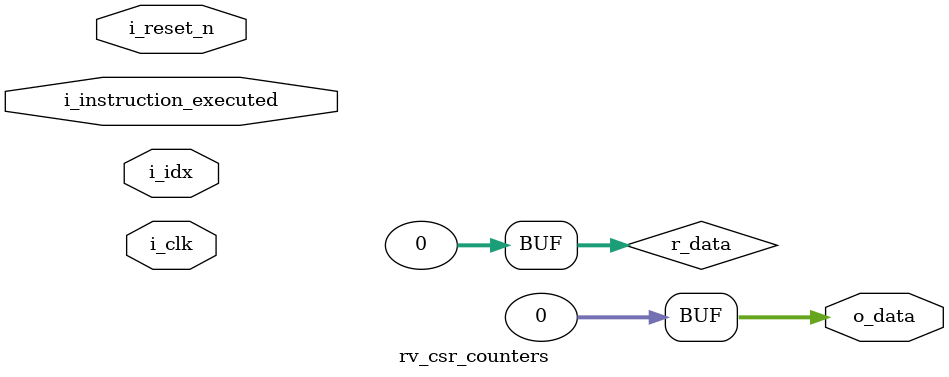
<source format=sv>
`timescale 1 ns / 1 ps

module rv_csr_counters
(
    input   wire                        i_clk,
    input   wire                        i_reset_n,
    input   wire                        i_instruction_executed,
    input   wire[7:0]                   i_idx,
    output  wire[31:0]                  o_data
);

`include "rv_defines.vh"

`ifdef EXTENSION_Zicntr
    reg[63:0]   r_cycle;
    //reg[63:0]   r_time;
    reg[63:0]   r_instret;

    always_ff @(posedge i_clk)
    begin
        if (!i_reset_n)
        begin
            r_cycle <= '0;
            //r_time <= '0;
            r_instret <= '0;
        end
        else
        begin
            r_cycle <= r_cycle + 1'b1;
            if (i_instruction_executed)
                r_instret <= r_instret + 1'b1;
        end
    end
`endif

    reg[31:0]   r_data;

    always_comb
    begin
        case (i_idx)
    `ifdef EXTENSION_Zicntr
        8'h00:   r_data = r_cycle[31:0];
        8'h01:   r_data = r_cycle[31:0];//r_time[31:0];
        8'h02:   r_data = r_instret[31:0];
        8'h80:   r_data = r_cycle[63:32];
        8'h81:   r_data = r_cycle[63:32];//r_time[63:32];
        8'h82:   r_data = r_instret[63:32];
    `endif
    `ifdef EXTENSION_Zihpm
    `endif
        default: r_data = '0;
        endcase
    end

    assign  o_data = r_data;

endmodule

</source>
